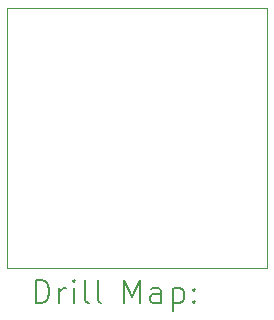
<source format=gbr>
%TF.GenerationSoftware,KiCad,Pcbnew,(7.0.0)*%
%TF.CreationDate,2023-03-10T18:23:23+01:00*%
%TF.ProjectId,CapacitorBox0805,43617061-6369-4746-9f72-426f78303830,rev?*%
%TF.SameCoordinates,Original*%
%TF.FileFunction,Drillmap*%
%TF.FilePolarity,Positive*%
%FSLAX45Y45*%
G04 Gerber Fmt 4.5, Leading zero omitted, Abs format (unit mm)*
G04 Created by KiCad (PCBNEW (7.0.0)) date 2023-03-10 18:23:23*
%MOMM*%
%LPD*%
G01*
G04 APERTURE LIST*
%ADD10C,0.100000*%
%ADD11C,0.200000*%
G04 APERTURE END LIST*
D10*
X10100000Y-10000000D02*
X12300000Y-10000000D01*
X12300000Y-10000000D02*
X12300000Y-12200000D01*
X12300000Y-12200000D02*
X10100000Y-12200000D01*
X10100000Y-10000000D02*
X10100000Y-12200000D01*
D11*
X10342619Y-12498476D02*
X10342619Y-12298476D01*
X10342619Y-12298476D02*
X10390238Y-12298476D01*
X10390238Y-12298476D02*
X10418810Y-12308000D01*
X10418810Y-12308000D02*
X10437857Y-12327048D01*
X10437857Y-12327048D02*
X10447381Y-12346095D01*
X10447381Y-12346095D02*
X10456905Y-12384190D01*
X10456905Y-12384190D02*
X10456905Y-12412762D01*
X10456905Y-12412762D02*
X10447381Y-12450857D01*
X10447381Y-12450857D02*
X10437857Y-12469905D01*
X10437857Y-12469905D02*
X10418810Y-12488952D01*
X10418810Y-12488952D02*
X10390238Y-12498476D01*
X10390238Y-12498476D02*
X10342619Y-12498476D01*
X10542619Y-12498476D02*
X10542619Y-12365143D01*
X10542619Y-12403238D02*
X10552143Y-12384190D01*
X10552143Y-12384190D02*
X10561667Y-12374667D01*
X10561667Y-12374667D02*
X10580714Y-12365143D01*
X10580714Y-12365143D02*
X10599762Y-12365143D01*
X10666429Y-12498476D02*
X10666429Y-12365143D01*
X10666429Y-12298476D02*
X10656905Y-12308000D01*
X10656905Y-12308000D02*
X10666429Y-12317524D01*
X10666429Y-12317524D02*
X10675952Y-12308000D01*
X10675952Y-12308000D02*
X10666429Y-12298476D01*
X10666429Y-12298476D02*
X10666429Y-12317524D01*
X10790238Y-12498476D02*
X10771190Y-12488952D01*
X10771190Y-12488952D02*
X10761667Y-12469905D01*
X10761667Y-12469905D02*
X10761667Y-12298476D01*
X10895000Y-12498476D02*
X10875952Y-12488952D01*
X10875952Y-12488952D02*
X10866429Y-12469905D01*
X10866429Y-12469905D02*
X10866429Y-12298476D01*
X11091190Y-12498476D02*
X11091190Y-12298476D01*
X11091190Y-12298476D02*
X11157857Y-12441333D01*
X11157857Y-12441333D02*
X11224524Y-12298476D01*
X11224524Y-12298476D02*
X11224524Y-12498476D01*
X11405476Y-12498476D02*
X11405476Y-12393714D01*
X11405476Y-12393714D02*
X11395952Y-12374667D01*
X11395952Y-12374667D02*
X11376905Y-12365143D01*
X11376905Y-12365143D02*
X11338809Y-12365143D01*
X11338809Y-12365143D02*
X11319762Y-12374667D01*
X11405476Y-12488952D02*
X11386428Y-12498476D01*
X11386428Y-12498476D02*
X11338809Y-12498476D01*
X11338809Y-12498476D02*
X11319762Y-12488952D01*
X11319762Y-12488952D02*
X11310238Y-12469905D01*
X11310238Y-12469905D02*
X11310238Y-12450857D01*
X11310238Y-12450857D02*
X11319762Y-12431809D01*
X11319762Y-12431809D02*
X11338809Y-12422286D01*
X11338809Y-12422286D02*
X11386428Y-12422286D01*
X11386428Y-12422286D02*
X11405476Y-12412762D01*
X11500714Y-12365143D02*
X11500714Y-12565143D01*
X11500714Y-12374667D02*
X11519762Y-12365143D01*
X11519762Y-12365143D02*
X11557857Y-12365143D01*
X11557857Y-12365143D02*
X11576905Y-12374667D01*
X11576905Y-12374667D02*
X11586428Y-12384190D01*
X11586428Y-12384190D02*
X11595952Y-12403238D01*
X11595952Y-12403238D02*
X11595952Y-12460381D01*
X11595952Y-12460381D02*
X11586428Y-12479428D01*
X11586428Y-12479428D02*
X11576905Y-12488952D01*
X11576905Y-12488952D02*
X11557857Y-12498476D01*
X11557857Y-12498476D02*
X11519762Y-12498476D01*
X11519762Y-12498476D02*
X11500714Y-12488952D01*
X11681667Y-12479428D02*
X11691190Y-12488952D01*
X11691190Y-12488952D02*
X11681667Y-12498476D01*
X11681667Y-12498476D02*
X11672143Y-12488952D01*
X11672143Y-12488952D02*
X11681667Y-12479428D01*
X11681667Y-12479428D02*
X11681667Y-12498476D01*
X11681667Y-12374667D02*
X11691190Y-12384190D01*
X11691190Y-12384190D02*
X11681667Y-12393714D01*
X11681667Y-12393714D02*
X11672143Y-12384190D01*
X11672143Y-12384190D02*
X11681667Y-12374667D01*
X11681667Y-12374667D02*
X11681667Y-12393714D01*
M02*

</source>
